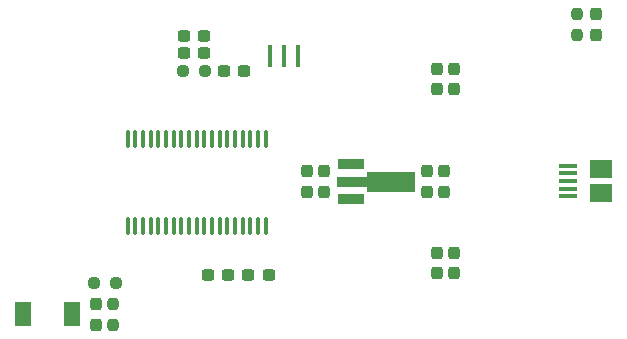
<source format=gtp>
G04 #@! TF.GenerationSoftware,KiCad,Pcbnew,(6.0.7)*
G04 #@! TF.CreationDate,2022-09-17T20:46:44+02:00*
G04 #@! TF.ProjectId,SLAU272_FR5739,534c4155-3237-4325-9f46-52353733392e,rev?*
G04 #@! TF.SameCoordinates,Original*
G04 #@! TF.FileFunction,Paste,Top*
G04 #@! TF.FilePolarity,Positive*
%FSLAX46Y46*%
G04 Gerber Fmt 4.6, Leading zero omitted, Abs format (unit mm)*
G04 Created by KiCad (PCBNEW (6.0.7)) date 2022-09-17 20:46:44*
%MOMM*%
%LPD*%
G01*
G04 APERTURE LIST*
G04 Aperture macros list*
%AMRoundRect*
0 Rectangle with rounded corners*
0 $1 Rounding radius*
0 $2 $3 $4 $5 $6 $7 $8 $9 X,Y pos of 4 corners*
0 Add a 4 corners polygon primitive as box body*
4,1,4,$2,$3,$4,$5,$6,$7,$8,$9,$2,$3,0*
0 Add four circle primitives for the rounded corners*
1,1,$1+$1,$2,$3*
1,1,$1+$1,$4,$5*
1,1,$1+$1,$6,$7*
1,1,$1+$1,$8,$9*
0 Add four rect primitives between the rounded corners*
20,1,$1+$1,$2,$3,$4,$5,0*
20,1,$1+$1,$4,$5,$6,$7,0*
20,1,$1+$1,$6,$7,$8,$9,0*
20,1,$1+$1,$8,$9,$2,$3,0*%
%AMFreePoly0*
4,1,9,5.362500,-0.866500,1.237500,-0.866500,1.237500,-0.450000,-1.237500,-0.450000,-1.237500,0.450000,1.237500,0.450000,1.237500,0.866500,5.362500,0.866500,5.362500,-0.866500,5.362500,-0.866500,$1*%
G04 Aperture macros list end*
%ADD10R,0.400000X1.900000*%
%ADD11RoundRect,0.237500X0.300000X0.237500X-0.300000X0.237500X-0.300000X-0.237500X0.300000X-0.237500X0*%
%ADD12RoundRect,0.237500X0.237500X-0.300000X0.237500X0.300000X-0.237500X0.300000X-0.237500X-0.300000X0*%
%ADD13RoundRect,0.237500X-0.250000X-0.237500X0.250000X-0.237500X0.250000X0.237500X-0.250000X0.237500X0*%
%ADD14R,2.300000X0.900000*%
%ADD15FreePoly0,0.000000*%
%ADD16RoundRect,0.237500X-0.237500X0.287500X-0.237500X-0.287500X0.237500X-0.287500X0.237500X0.287500X0*%
%ADD17RoundRect,0.237500X-0.237500X0.250000X-0.237500X-0.250000X0.237500X-0.250000X0.237500X0.250000X0*%
%ADD18RoundRect,0.237500X-0.237500X0.300000X-0.237500X-0.300000X0.237500X-0.300000X0.237500X0.300000X0*%
%ADD19R,1.550000X0.400000*%
%ADD20R,1.900000X1.500000*%
%ADD21RoundRect,0.237500X0.237500X-0.250000X0.237500X0.250000X-0.237500X0.250000X-0.237500X-0.250000X0*%
%ADD22RoundRect,0.100000X-0.100000X0.637500X-0.100000X-0.637500X0.100000X-0.637500X0.100000X0.637500X0*%
%ADD23R,1.400000X2.000000*%
%ADD24RoundRect,0.237500X0.250000X0.237500X-0.250000X0.237500X-0.250000X-0.237500X0.250000X-0.237500X0*%
%ADD25RoundRect,0.237500X-0.300000X-0.237500X0.300000X-0.237500X0.300000X0.237500X-0.300000X0.237500X0*%
G04 APERTURE END LIST*
D10*
X150856000Y-92398000D03*
X149656000Y-92398000D03*
X148456000Y-92398000D03*
D11*
X148386000Y-110940000D03*
X146661000Y-110940000D03*
X142898500Y-92144000D03*
X141173500Y-92144000D03*
D12*
X163250000Y-103862500D03*
X163250000Y-102137500D03*
X161750000Y-103862500D03*
X161750000Y-102137500D03*
X151600000Y-103862500D03*
X151600000Y-102137500D03*
X153100000Y-103862500D03*
X153100000Y-102137500D03*
D13*
X141138500Y-93664000D03*
X142963500Y-93664000D03*
D14*
X155312500Y-101500000D03*
D15*
X155400000Y-103000000D03*
D14*
X155312500Y-104500000D03*
D16*
X176100000Y-88825000D03*
X176100000Y-90575000D03*
D17*
X174500000Y-88787500D03*
X174500000Y-90612500D03*
D18*
X164100000Y-109037500D03*
X164100000Y-110762500D03*
X164100000Y-93437500D03*
X164100000Y-95162500D03*
X162600000Y-93437500D03*
X162600000Y-95162500D03*
D19*
X173758500Y-104239000D03*
X173758500Y-103589000D03*
X173758500Y-102939000D03*
X173758500Y-102289000D03*
X173758500Y-101639000D03*
D20*
X176546000Y-101939000D03*
X176546000Y-103939000D03*
D11*
X142898500Y-90644000D03*
X141173500Y-90644000D03*
D18*
X133738000Y-113379500D03*
X133738000Y-115104500D03*
D21*
X135238000Y-115154500D03*
X135238000Y-113329500D03*
D18*
X162600000Y-109037500D03*
X162600000Y-110762500D03*
D22*
X148140000Y-99353500D03*
X147490000Y-99353500D03*
X146840000Y-99353500D03*
X146190000Y-99353500D03*
X145540000Y-99353500D03*
X144890000Y-99353500D03*
X144240000Y-99353500D03*
X143590000Y-99353500D03*
X142940000Y-99353500D03*
X142290000Y-99353500D03*
X141640000Y-99353500D03*
X140990000Y-99353500D03*
X140340000Y-99353500D03*
X139690000Y-99353500D03*
X139040000Y-99353500D03*
X138390000Y-99353500D03*
X137740000Y-99353500D03*
X137090000Y-99353500D03*
X136440000Y-99353500D03*
X136440000Y-106778500D03*
X137090000Y-106778500D03*
X137740000Y-106778500D03*
X138390000Y-106778500D03*
X139040000Y-106778500D03*
X139690000Y-106778500D03*
X140340000Y-106778500D03*
X140990000Y-106778500D03*
X141640000Y-106778500D03*
X142290000Y-106778500D03*
X142940000Y-106778500D03*
X143590000Y-106778500D03*
X144240000Y-106778500D03*
X144890000Y-106778500D03*
X145540000Y-106778500D03*
X146190000Y-106778500D03*
X146840000Y-106778500D03*
X147490000Y-106778500D03*
X148140000Y-106778500D03*
D23*
X131749000Y-114242000D03*
X127599000Y-114242000D03*
D24*
X135455500Y-111575000D03*
X133630500Y-111575000D03*
D25*
X143205500Y-110940000D03*
X144930500Y-110940000D03*
X144602500Y-93668000D03*
X146327500Y-93668000D03*
M02*

</source>
